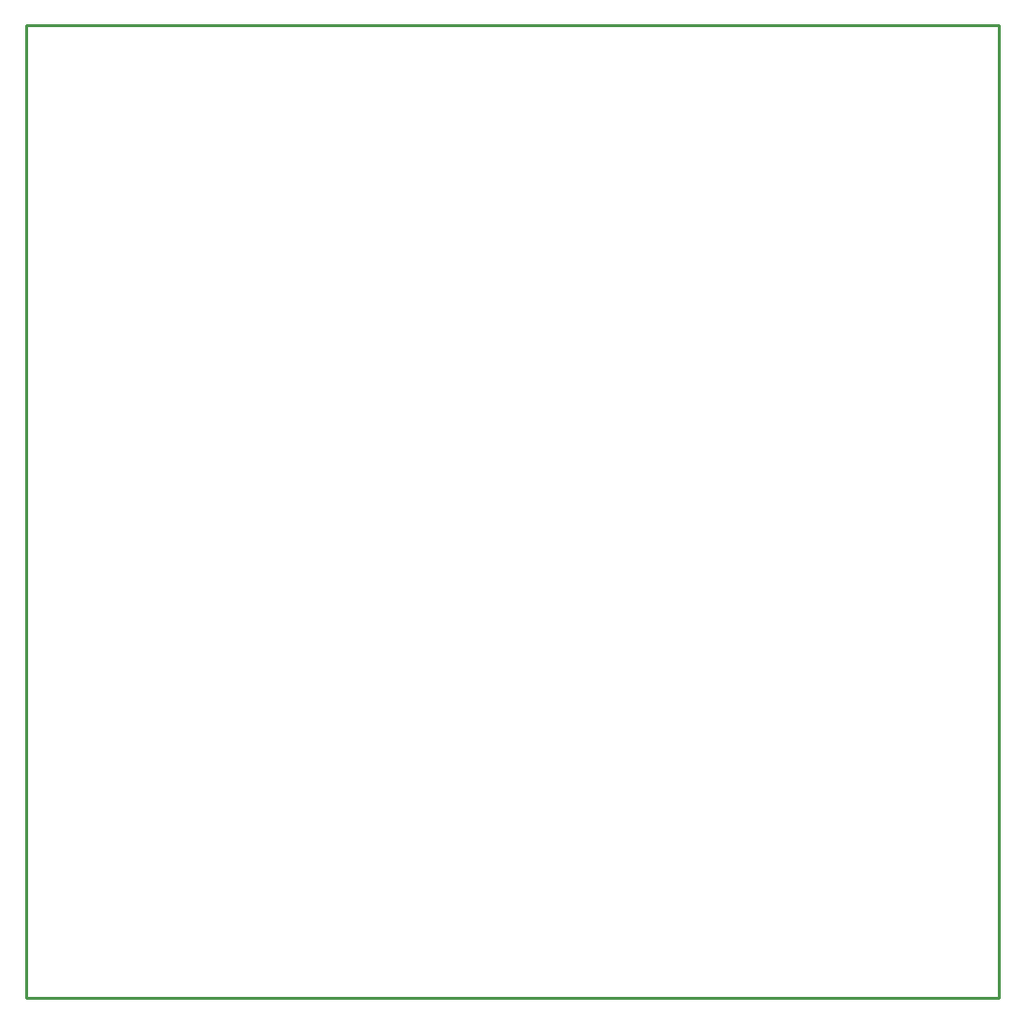
<source format=gko>
G04 Layer: BoardOutlineLayer*
G04 EasyEDA v6.5.39, 2024-01-10 21:05:38*
G04 9cfd073529b94999841d5e3d22f50bd2,208856bd7ad64deca1bfdec547b981c7,10*
G04 Gerber Generator version 0.2*
G04 Scale: 100 percent, Rotated: No, Reflected: No *
G04 Dimensions in millimeters *
G04 leading zeros omitted , absolute positions ,4 integer and 5 decimal *
%FSLAX45Y45*%
%MOMM*%

%ADD10C,0.2540*%
D10*
X-127000Y2679694D02*
G01*
X8372983Y2679700D01*
X8372983Y-5820282D01*
X-127000Y-5820282D01*
X-127000Y2679700D01*

%LPD*%
M02*

</source>
